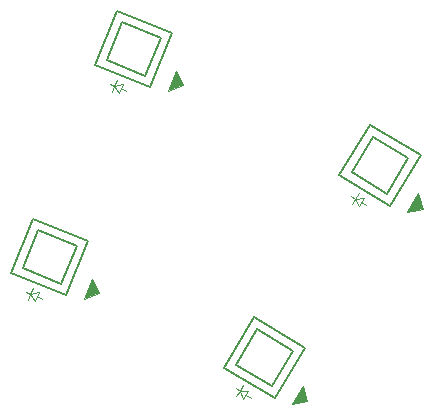
<source format=gbr>
%TF.GenerationSoftware,KiCad,Pcbnew,6.0.10-86aedd382b~118~ubuntu22.04.1*%
%TF.CreationDate,2023-01-31T18:18:49-07:00*%
%TF.ProjectId,scaarix_flow_thumb_cluster,73636161-7269-4785-9f66-6c6f775f7468,v1.0.0*%
%TF.SameCoordinates,Original*%
%TF.FileFunction,Legend,Top*%
%TF.FilePolarity,Positive*%
%FSLAX46Y46*%
G04 Gerber Fmt 4.6, Leading zero omitted, Abs format (unit mm)*
G04 Created by KiCad (PCBNEW 6.0.10-86aedd382b~118~ubuntu22.04.1) date 2023-01-31 18:18:49*
%MOMM*%
%LPD*%
G01*
G04 APERTURE LIST*
%ADD10C,0.100000*%
%ADD11C,0.150000*%
G04 APERTURE END LIST*
D10*
%TO.C,D27*%
X299293691Y-173871437D02*
X300014007Y-173837593D01*
X298950825Y-173665421D02*
X299293691Y-173871437D01*
X299807992Y-174180460D02*
X300236575Y-174437979D01*
X300014007Y-173837593D02*
X299601977Y-174523326D01*
X299293691Y-173871437D02*
X299576962Y-173399995D01*
X299601977Y-174523326D02*
X299293691Y-173871437D01*
X299293691Y-173871437D02*
X299010421Y-174342879D01*
%TO.C,D25*%
X278908886Y-164321088D02*
X279615039Y-164174978D01*
X278908886Y-164321088D02*
X279114919Y-163811137D01*
X279615039Y-164174978D02*
X279315353Y-164916725D01*
X279465196Y-164545852D02*
X279928788Y-164733155D01*
X279315353Y-164916725D02*
X278908886Y-164321088D01*
X278538012Y-164171245D02*
X278908886Y-164321088D01*
X278908886Y-164321088D02*
X278702852Y-164831039D01*
D11*
%TO.C,LED27*%
X303797659Y-170452874D02*
X300797574Y-168650241D01*
X304826813Y-170196277D02*
X300540977Y-167621087D01*
X300797574Y-168650241D02*
X298994941Y-171650326D01*
X302251623Y-174482113D02*
X304826813Y-170196277D01*
X298994941Y-171650326D02*
X301995026Y-173452959D01*
X297965787Y-171906923D02*
X302251623Y-174482113D01*
X301995026Y-173452959D02*
X303797659Y-170452874D01*
X300540977Y-167621087D02*
X297965787Y-171906923D01*
G36*
X305019025Y-174730393D02*
G01*
X303691885Y-174997520D01*
X304631830Y-173433190D01*
X305019025Y-174730393D01*
G37*
D10*
X305019025Y-174730393D02*
X303691885Y-174997520D01*
X304631830Y-173433190D01*
X305019025Y-174730393D01*
%TO.C,D26*%
X289507991Y-190157537D02*
X289791262Y-189686095D01*
X290022292Y-190466560D02*
X290450875Y-190724079D01*
X290228307Y-190123693D02*
X289816277Y-190809426D01*
X289816277Y-190809426D02*
X289507991Y-190157537D01*
X289507991Y-190157537D02*
X289224721Y-190628979D01*
X289507991Y-190157537D02*
X290228307Y-190123693D01*
X289165125Y-189951521D02*
X289507991Y-190157537D01*
D11*
%TO.C,LED26*%
X292209326Y-189739159D02*
X294011959Y-186739074D01*
X291011874Y-184936441D02*
X289209241Y-187936526D01*
X289209241Y-187936526D02*
X292209326Y-189739159D01*
X288180087Y-188193123D02*
X292465923Y-190768313D01*
X294011959Y-186739074D02*
X291011874Y-184936441D01*
X292465923Y-190768313D02*
X295041113Y-186482477D01*
X290755277Y-183907287D02*
X288180087Y-188193123D01*
X295041113Y-186482477D02*
X290755277Y-183907287D01*
G36*
X295233325Y-191016593D02*
G01*
X293906185Y-191283720D01*
X294846130Y-189719390D01*
X295233325Y-191016593D01*
G37*
D10*
X295233325Y-191016593D02*
X293906185Y-191283720D01*
X294846130Y-189719390D01*
X295233325Y-191016593D01*
D11*
%TO.C,LED24*%
X274394010Y-181101633D02*
X275705133Y-177856490D01*
X274808443Y-182077976D02*
X276681476Y-177442057D01*
X270172524Y-180204943D02*
X274808443Y-182077976D01*
X271148867Y-179790510D02*
X274394010Y-181101633D01*
X275705133Y-177856490D02*
X272459990Y-176545367D01*
X272459990Y-176545367D02*
X271148867Y-179790510D01*
X272045557Y-175569024D02*
X270172524Y-180204943D01*
X276681476Y-177442057D02*
X272045557Y-175569024D01*
G36*
X277580613Y-181890282D02*
G01*
X276311601Y-182361731D01*
X276995258Y-180669620D01*
X277580613Y-181890282D01*
G37*
D10*
X277580613Y-181890282D02*
X276311601Y-182361731D01*
X276995258Y-180669620D01*
X277580613Y-181890282D01*
D11*
%TO.C,LED25*%
X279163057Y-157952524D02*
X277290024Y-162588443D01*
X277290024Y-162588443D02*
X281925943Y-164461476D01*
X279577490Y-158928867D02*
X278266367Y-162174010D01*
X281925943Y-164461476D02*
X283798976Y-159825557D01*
X278266367Y-162174010D02*
X281511510Y-163485133D01*
X282822633Y-160239990D02*
X279577490Y-158928867D01*
X281511510Y-163485133D02*
X282822633Y-160239990D01*
X283798976Y-159825557D02*
X279163057Y-157952524D01*
G36*
X284698113Y-164273782D02*
G01*
X283429101Y-164745231D01*
X284112758Y-163053120D01*
X284698113Y-164273782D01*
G37*
D10*
X284698113Y-164273782D02*
X283429101Y-164745231D01*
X284112758Y-163053120D01*
X284698113Y-164273782D01*
%TO.C,D24*%
X271791286Y-181937488D02*
X271585252Y-182447439D01*
X271420412Y-181787645D02*
X271791286Y-181937488D01*
X272497439Y-181791378D02*
X272197753Y-182533125D01*
X272347596Y-182162252D02*
X272811188Y-182349555D01*
X271791286Y-181937488D02*
X272497439Y-181791378D01*
X272197753Y-182533125D02*
X271791286Y-181937488D01*
X271791286Y-181937488D02*
X271997319Y-181427537D01*
%TD*%
M02*

</source>
